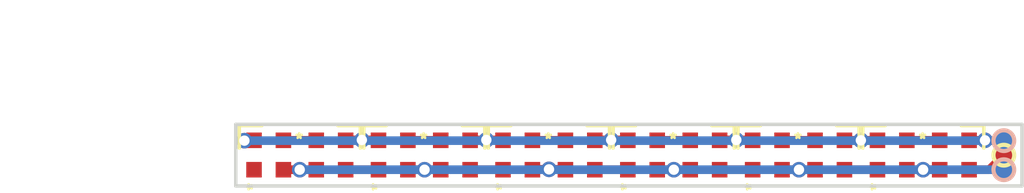
<source format=kicad_pcb>
(kicad_pcb (version 20221018) (generator pcbnew)
  (layers (0 "F.Cu" jumper) (31 "B.Cu" signal) (34 "B.Paste" user) (35 "F.Paste" user) (36 "B.SilkS" user "B.Silkscreen") (37 "F.SilkS" user "F.Silkscreen") (38 "B.Mask" user) (39 "F.Mask" user) (44 "Edge.Cuts" user))
  (net 0 "")
  (net 1 "+3.3V")
  (net 2 "GND")
  (net 3 "/S")
  (net 4 "Net-(D1-DOUT)")
  (net 5 "Net-(D2-DOUT)")
  (net 6 "Net-(D3-DOUT)")
  (net 7 "Net-(D4-DOUT)")
  (net 8 "Net-(D5-DOUT)")
  (net 9 "/D6_OUT")
  (net 10 "Net-(D7-DOUT)")
  (net 11 "Net-(D8-DOUT)")
  (net 12 "Net-(D10-DI)")
  (net 13 "Net-(D10-DOUT)")
  (net 14 "Net-(D11-DOUT)")
  (footprint "LED_SMD:LED_SK6812_EC15_1.5x1.5mm" (layer "F.Cu") (at 118.72364 103.995)
    (fp_text reference "D9" hide)
    (fp_text value "WS6812" hide)
    (fp_text user "*" (at -0.92 -0.46) (layer "F.SilkS") (effects (font (size 0.3 0.3) (thickness 0.075))))
    (fp_line (start 0.85 -0.85) (end 0.2 -0.85) (stroke (width 0.1)) (layer "F.SilkS"))
    (fp_line (start 0.85 -0.2) (end 0.85 -0.85) (stroke (width 0.1)) (layer "F.SilkS"))
    (pad "1" smd rect (at -0.425 -0.425) (size 0.45 0.45) (layers "F.Cu" "F.Paste" "F.Mask") (net 12 "Net-(D10-DI)"))
    (pad "2" smd rect (at 0.425 -0.425) (size 0.45 0.45) (layers "F.Cu" "F.Paste" "F.Mask") (net 1 "+3.3V"))
    (pad "3" smd rect (at -0.425 0.425) (size 0.45 0.45) (layers "F.Cu" "F.Paste" "F.Mask") (net 2 "GND"))
    (pad "4" smd rect (at 0.425 0.425) (size 0.45 0.45) (layers "F.Cu" "F.Paste" "F.Mask") (net 11 "Net-(D8-DOUT)"))
  )
  (footprint "LED_SMD:LED_SK6812_EC15_1.5x1.5mm" (layer "F.Cu") (at 131.355 103.995 90)
    (fp_text reference "D2" hide)
    (fp_text value "WS6812" hide)
    (fp_text user "*" (at -0.92 -0.46 90) (layer "F.SilkS") (effects (font (size 0.3 0.3) (thickness 0.075))))
    (fp_line (start 0.85 -0.85) (end 0.2 -0.85) (stroke (width 0.1)) (layer "F.SilkS"))
    (fp_line (start 0.85 -0.2) (end 0.85 -0.85) (stroke (width 0.1)) (layer "F.SilkS"))
    (pad "1" smd rect (at -0.425 -0.425 90) (size 0.45 0.45) (layers "F.Cu" "F.Paste" "F.Mask") (net 5 "Net-(D2-DOUT)"))
    (pad "2" smd rect (at 0.425 -0.425 90) (size 0.45 0.45) (layers "F.Cu" "F.Paste" "F.Mask") (net 1 "+3.3V"))
    (pad "3" smd rect (at -0.425 0.425 90) (size 0.45 0.45) (layers "F.Cu" "F.Paste" "F.Mask") (net 2 "GND"))
    (pad "4" smd rect (at 0.425 0.425 90) (size 0.45 0.45) (layers "F.Cu" "F.Paste" "F.Mask") (net 4 "Net-(D1-DOUT)"))
  )
  (footprint "LED_SMD:LED_SK6812_EC15_1.5x1.5mm" (layer "F.Cu") (at 127.745 103.995 90)
    (fp_text reference "D4" hide)
    (fp_text value "WS6812" hide)
    (fp_text user "*" (at -0.92 -0.46 90) (layer "F.SilkS") (effects (font (size 0.3 0.3) (thickness 0.075))))
    (fp_line (start 0.85 -0.85) (end 0.2 -0.85) (stroke (width 0.1)) (layer "F.SilkS"))
    (fp_line (start 0.85 -0.2) (end 0.85 -0.85) (stroke (width 0.1)) (layer "F.SilkS"))
    (pad "1" smd rect (at -0.425 -0.425 90) (size 0.45 0.45) (layers "F.Cu" "F.Paste" "F.Mask") (net 7 "Net-(D4-DOUT)"))
    (pad "2" smd rect (at 0.425 -0.425 90) (size 0.45 0.45) (layers "F.Cu" "F.Paste" "F.Mask") (net 1 "+3.3V"))
    (pad "3" smd rect (at -0.425 0.425 90) (size 0.45 0.45) (layers "F.Cu" "F.Paste" "F.Mask") (net 2 "GND"))
    (pad "4" smd rect (at 0.425 0.425 90) (size 0.45 0.45) (layers "F.Cu" "F.Paste" "F.Mask") (net 6 "Net-(D3-DOUT)"))
  )
  (footprint "LED_SMD:LED_SK6812_EC15_1.5x1.5mm" (layer "F.Cu") (at 125.94 103.995)
    (fp_text reference "D5" hide)
    (fp_text value "WS6812" hide)
    (fp_text user "*" (at -0.92 -0.46) (layer "F.SilkS") (effects (font (size 0.3 0.3) (thickness 0.075))))
    (fp_line (start 0.85 -0.85) (end 0.2 -0.85) (stroke (width 0.1)) (layer "F.SilkS"))
    (fp_line (start 0.85 -0.2) (end 0.85 -0.85) (stroke (width 0.1)) (layer "F.SilkS"))
    (pad "1" smd rect (at -0.425 -0.425) (size 0.45 0.45) (layers "F.Cu" "F.Paste" "F.Mask") (net 8 "Net-(D5-DOUT)"))
    (pad "2" smd rect (at 0.425 -0.425) (size 0.45 0.45) (layers "F.Cu" "F.Paste" "F.Mask") (net 1 "+3.3V"))
    (pad "3" smd rect (at -0.425 0.425) (size 0.45 0.45) (layers "F.Cu" "F.Paste" "F.Mask") (net 2 "GND"))
    (pad "4" smd rect (at 0.425 0.425) (size 0.45 0.45) (layers "F.Cu" "F.Paste" "F.Mask") (net 7 "Net-(D4-DOUT)"))
  )
  (footprint "LED_SMD:LED_SK6812_EC15_1.5x1.5mm" (layer "F.Cu") (at 124.135 103.995 90)
    (fp_text reference "D6" hide)
    (fp_text value "WS6812" hide)
    (fp_text user "*" (at -0.92 -0.46 90) (layer "F.SilkS") (effects (font (size 0.3 0.3) (thickness 0.075))))
    (fp_line (start 0.85 -0.85) (end 0.2 -0.85) (stroke (width 0.1)) (layer "F.SilkS"))
    (fp_line (start 0.85 -0.2) (end 0.85 -0.85) (stroke (width 0.1)) (layer "F.SilkS"))
    (pad "1" smd rect (at -0.425 -0.425 90) (size 0.45 0.45) (layers "F.Cu" "F.Paste" "F.Mask") (net 9 "/D6_OUT"))
    (pad "2" smd rect (at 0.425 -0.425 90) (size 0.45 0.45) (layers "F.Cu" "F.Paste" "F.Mask") (net 1 "+3.3V"))
    (pad "3" smd rect (at -0.425 0.425 90) (size 0.45 0.45) (layers "F.Cu" "F.Paste" "F.Mask") (net 2 "GND"))
    (pad "4" smd rect (at 0.425 0.425 90) (size 0.45 0.45) (layers "F.Cu" "F.Paste" "F.Mask") (net 8 "Net-(D5-DOUT)"))
  )
  (footprint "LED_SMD:LED_SK6812_EC15_1.5x1.5mm" (layer "F.Cu") (at 115.12364 103.995)
    (fp_text reference "D11" hide)
    (fp_text value "WS6812" hide)
    (fp_text user "*" (at -0.92 -0.46) (layer "F.SilkS") (effects (font (size 0.3 0.3) (thickness 0.075))))
    (fp_line (start 0.85 -0.85) (end 0.2 -0.85) (stroke (width 0.1)) (layer "F.SilkS"))
    (fp_line (start 0.85 -0.2) (end 0.85 -0.85) (stroke (width 0.1)) (layer "F.SilkS"))
    (pad "1" smd rect (at -0.425 -0.425) (size 0.45 0.45) (layers "F.Cu" "F.Paste" "F.Mask") (net 14 "Net-(D11-DOUT)"))
    (pad "2" smd rect (at 0.425 -0.425) (size 0.45 0.45) (layers "F.Cu" "F.Paste" "F.Mask") (net 1 "+3.3V"))
    (pad "3" smd rect (at -0.425 0.425) (size 0.45 0.45) (layers "F.Cu" "F.Paste" "F.Mask") (net 2 "GND"))
    (pad "4" smd rect (at 0.425 0.425) (size 0.45 0.45) (layers "F.Cu" "F.Paste" "F.Mask") (net 13 "Net-(D10-DOUT)"))
  )
  (footprint "LED_SMD:LED_SK6812_EC15_1.5x1.5mm" (layer "F.Cu") (at 116.92364 103.995 90)
    (fp_text reference "D10" hide)
    (fp_text value "WS6812" hide)
    (fp_text user "*" (at -0.92 -0.46 90) (layer "F.SilkS") (effects (font (size 0.3 0.3) (thickness 0.075))))
    (fp_line (start 0.85 -0.85) (end 0.2 -0.85) (stroke (width 0.1)) (layer "F.SilkS"))
    (fp_line (start 0.85 -0.2) (end 0.85 -0.85) (stroke (width 0.1)) (layer "F.SilkS"))
    (pad "1" smd rect (at -0.425 -0.425 90) (size 0.45 0.45) (layers "F.Cu" "F.Paste" "F.Mask") (net 13 "Net-(D10-DOUT)"))
    (pad "2" smd rect (at 0.425 -0.425 90) (size 0.45 0.45) (layers "F.Cu" "F.Paste" "F.Mask") (net 1 "+3.3V"))
    (pad "3" smd rect (at -0.425 0.425 90) (size 0.45 0.45) (layers "F.Cu" "F.Paste" "F.Mask") (net 2 "GND"))
    (pad "4" smd rect (at 0.425 0.425 90) (size 0.45 0.45) (layers "F.Cu" "F.Paste" "F.Mask") (net 12 "Net-(D10-DI)"))
  )
  (footprint "LED_SMD:LED_SK6812_EC15_1.5x1.5mm" (layer "F.Cu") (at 122.33 103.995)
    (fp_text reference "D7" hide)
    (fp_text value "WS6812" hide)
    (fp_text user "*" (at -0.92 -0.46) (layer "F.SilkS") (effects (font (size 0.3 0.3) (thickness 0.075))))
    (fp_line (start 0.85 -0.85) (end 0.2 -0.85) (stroke (width 0.1)) (layer "F.SilkS"))
    (fp_line (start 0.85 -0.2) (end 0.85 -0.85) (stroke (width 0.1)) (layer "F.SilkS"))
    (pad "1" smd rect (at -0.425 -0.425) (size 0.45 0.45) (layers "F.Cu" "F.Paste" "F.Mask") (net 10 "Net-(D7-DOUT)"))
    (pad "2" smd rect (at 0.425 -0.425) (size 0.45 0.45) (layers "F.Cu" "F.Paste" "F.Mask") (net 1 "+3.3V"))
    (pad "3" smd rect (at -0.425 0.425) (size 0.45 0.45) (layers "F.Cu" "F.Paste" "F.Mask") (net 2 "GND"))
    (pad "4" smd rect (at 0.425 0.425) (size 0.45 0.45) (layers "F.Cu" "F.Paste" "F.Mask") (net 9 "/D6_OUT"))
  )
  (footprint "LED_SMD:LED_SK6812_EC15_1.5x1.5mm" (layer "F.Cu") (at 129.55 103.995)
    (fp_text reference "D3" hide)
    (fp_text value "WS6812" hide)
    (fp_text user "*" (at -0.92 -0.46) (layer "F.SilkS") (effects (font (size 0.3 0.3) (thickness 0.075))))
    (fp_line (start 0.85 -0.85) (end 0.2 -0.85) (stroke (width 0.1)) (layer "F.SilkS"))
    (fp_line (start 0.85 -0.2) (end 0.85 -0.85) (stroke (width 0.1)) (layer "F.SilkS"))
    (pad "1" smd rect (at -0.425 -0.425) (size 0.45 0.45) (layers "F.Cu" "F.Paste" "F.Mask") (net 6 "Net-(D3-DOUT)"))
    (pad "2" smd rect (at 0.425 -0.425) (size 0.45 0.45) (layers "F.Cu" "F.Paste" "F.Mask") (net 1 "+3.3V"))
    (pad "3" smd rect (at -0.425 0.425) (size 0.45 0.45) (layers "F.Cu" "F.Paste" "F.Mask") (net 2 "GND"))
    (pad "4" smd rect (at 0.425 0.425) (size 0.45 0.45) (layers "F.Cu" "F.Paste" "F.Mask") (net 5 "Net-(D2-DOUT)"))
  )
  (footprint "LED_SMD:LED_SK6812_EC15_1.5x1.5mm" (layer "F.Cu") (at 113.32364 103.995 90)
    (fp_text reference "D12" hide)
    (fp_text value "WS6812" hide)
    (fp_text user "*" (at -0.92 -0.46 90) (layer "F.SilkS") (effects (font (size 0.3 0.3) (thickness 0.075))))
    (fp_line (start 0.85 -0.85) (end 0.2 -0.85) (stroke (width 0.1)) (layer "F.SilkS"))
    (fp_line (start 0.85 -0.2) (end 0.85 -0.85) (stroke (width 0.1)) (layer "F.SilkS"))
    (pad "1" smd rect (at -0.425 -0.425 90) (size 0.45 0.45) (layers "F.Cu" "F.Paste" "F.Mask"))
    (pad "2" smd rect (at 0.425 -0.425 90) (size 0.45 0.45) (layers "F.Cu" "F.Paste" "F.Mask") (net 1 "+3.3V"))
    (pad "3" smd rect (at -0.425 0.425 90) (size 0.45 0.45) (layers "F.Cu" "F.Paste" "F.Mask") (net 2 "GND"))
    (pad "4" smd rect (at 0.425 0.425 90) (size 0.45 0.45) (layers "F.Cu" "F.Paste" "F.Mask") (net 14 "Net-(D11-DOUT)"))
  )
  (footprint "LED_SMD:LED_SK6812_EC15_1.5x1.5mm" (layer "F.Cu") (at 133.15499 103.995)
    (fp_text reference "D1" hide)
    (fp_text value "WS6812" hide)
    (fp_text user "*" (at -0.92 -0.46) (layer "F.SilkS") (effects (font (size 0.3 0.3) (thickness 0.075))))
    (fp_line (start 0.85 -0.85) (end 0.2 -0.85) (stroke (width 0.1)) (layer "F.SilkS"))
    (fp_line (start 0.85 -0.2) (end 0.85 -0.85) (stroke (width 0.1)) (layer "F.SilkS"))
    (pad "1" smd rect (at -0.425 -0.425) (size 0.45 0.45) (layers "F.Cu" "F.Paste" "F.Mask") (net 4 "Net-(D1-DOUT)"))
    (pad "2" smd rect (at 0.425 -0.425) (size 0.45 0.45) (layers "F.Cu" "F.Paste" "F.Mask") (net 1 "+3.3V"))
    (pad "3" smd rect (at -0.425 0.425) (size 0.45 0.45) (layers "F.Cu" "F.Paste" "F.Mask") (net 2 "GND"))
    (pad "4" smd rect (at 0.425 0.425) (size 0.45 0.45) (layers "F.Cu" "F.Paste" "F.Mask") (net 3 "/S"))
  )
  (footprint "LED_SMD:LED_SK6812_EC15_1.5x1.5mm" (layer "F.Cu") (at 120.525 103.995 90)
    (fp_text reference "D8" hide)
    (fp_text value "WS6812" hide)
    (fp_text user "*" (at -0.92 -0.46 90) (layer "F.SilkS") (effects (font (size 0.3 0.3) (thickness 0.075))))
    (fp_line (start 0.85 -0.85) (end 0.2 -0.85) (stroke (width 0.1)) (layer "F.SilkS"))
    (fp_line (start 0.85 -0.2) (end 0.85 -0.85) (stroke (width 0.1)) (layer "F.SilkS"))
    (pad "1" smd rect (at -0.425 -0.425 90) (size 0.45 0.45) (layers "F.Cu" "F.Paste" "F.Mask") (net 11 "Net-(D8-DOUT)"))
    (pad "2" smd rect (at 0.425 -0.425 90) (size 0.45 0.45) (layers "F.Cu" "F.Paste" "F.Mask") (net 1 "+3.3V"))
    (pad "3" smd rect (at -0.425 0.425 90) (size 0.45 0.45) (layers "F.Cu" "F.Paste" "F.Mask") (net 2 "GND"))
    (pad "4" smd rect (at 0.425 0.425 90) (size 0.45 0.45) (layers "F.Cu" "F.Paste" "F.Mask") (net 10 "Net-(D7-DOUT)"))
  )
  (footprint "TestPoint:TestPoint_Pad_D1.0mm" (layer "F.Cu") (at 134.585 104)
    (fp_text reference "P2" hide)
    (fp_text value "Conn_01x01_Pin" hide)
    (fp_circle (center 0 0) (end 0.3 0) (stroke (width 0.12)) (fill none) (layer "F.SilkS"))
    (pad "1" smd circle (at 0 0) (size 0.5 0.5) (layers "F.Cu" "F.Mask") (net 3 "/S"))
  )
  (footprint "TestPoint:TestPoint_Pad_D1.0mm" (layer "B.Cu") (at 134.585 104.42 180)
    (fp_text reference "P3" hide)
    (fp_text value "Conn_01x01_Pin" hide)
    (fp_circle (center 0 0) (end 0.3 0) (stroke (width 0.12)) (fill none) (layer "B.SilkS"))
    (pad "1" smd circle (at 0 0 180) (size 0.5 0.5) (layers "B.Cu" "B.Mask") (net 2 "GND"))
  )
  (footprint "TestPoint:TestPoint_Pad_D1.0mm" (layer "B.Cu") (at 134.585 103.58 180)
    (fp_text reference "P1" hide)
    (fp_text value "Conn_01x01_Pin" hide)
    (fp_circle (center 0 0) (end 0.3 0) (stroke (width 0.12)) (fill none) (layer "B.SilkS"))
    (pad "1" smd circle (at 0 0 180) (size 0.5 0.5) (layers "B.Cu" "B.Mask") (net 1 "+3.3V"))
  )
  (gr_line (start 135.11 104.89) (end 112.37 104.89) (stroke (width 0.1)) (layer "Edge.Cuts"))
  (gr_line (start 112.37 103.11) (end 135.11 103.11) (stroke (width 0.1)) (layer "Edge.Cuts"))
  (gr_line (start 135.11 104.89) (end 135.11 103.11) (stroke (width 0.1)) (layer "Edge.Cuts"))
  (gr_line (start 112.37 104.89) (end 112.37 103.11) (stroke (width 0.1)) (layer "Edge.Cuts"))
  (segment (start 120.0975 103.56) (end 119.1425 103.56) (width 0.25) (layer "F.Cu") (net 1))
  (segment (start 112.8775 103.58) (end 112.62 103.58) (width 0.25) (layer "F.Cu") (net 1))
  (segment (start 123.7075 103.56) (end 122.7525 103.56) (width 0.25) (layer "F.Cu") (net 1))
  (segment (start 116.4975 103.56) (end 115.5425 103.56) (width 0.25) (layer "F.Cu") (net 1))
  (segment (start 134.04 103.57) (end 133.57999 103.57) (width 0.25) (layer "F.Cu") (net 1))
  (segment (start 127.3275 103.56) (end 126.3725 103.56) (width 0.25) (layer "F.Cu") (net 1))
  (segment (start 130.93 103.57) (end 129.975 103.57) (width 0.25) (layer "F.Cu") (net 1))
  (via (at 112.62 103.58) (size 0.45) (drill 0.3) (layers "F.Cu" "B.Cu") (net 1))
  (via (at 119.6175 103.56) (size 0.45) (drill 0.3) (layers "F.Cu" "B.Cu") (net 1))
  (via (at 116.0175 103.56) (size 0.45) (drill 0.3) (layers "F.Cu" "B.Cu") (net 1))
  (via (at 126.8475 103.56) (size 0.45) (drill 0.3) (layers "F.Cu" "B.Cu") (net 1))
  (via (at 134.04 103.57) (size 0.45) (drill 0.3) (layers "F.Cu" "B.Cu") (net 1))
  (via (at 130.45 103.57) (size 0.45) (drill 0.3) (layers "F.Cu" "B.Cu") (net 1))
  (via (at 123.2275 103.56) (size 0.45) (drill 0.3) (layers "F.Cu" "B.Cu") (net 1))
  (segment (start 134.585 103.58) (end 112.62 103.58) (width 0.25) (layer "B.Cu") (net 1))
  (segment (start 114.69999 104.42) (end 113.75 104.42) (width 0.25) (layer "F.Cu") (net 2))
  (segment (start 125.51999 104.42) (end 124.57 104.42) (width 0.25) (layer "F.Cu") (net 2))
  (segment (start 132.72999 104.42) (end 131.78 104.42) (width 0.25) (layer "F.Cu") (net 2))
  (segment (start 118.30999 104.42) (end 117.36 104.42) (width 0.25) (layer "F.Cu") (net 2))
  (segment (start 129.13999 104.42) (end 128.19 104.42) (width 0.25) (layer "F.Cu") (net 2))
  (segment (start 121.90999 104.41) (end 120.96 104.41) (width 0.25) (layer "F.Cu") (net 2))
  (via (at 114.22 104.42) (size 0.45) (drill 0.3) (layers "F.Cu" "B.Cu") (net 2))
  (via (at 132.25 104.42) (size 0.45) (drill 0.3) (layers "F.Cu" "B.Cu") (net 2))
  (via (at 117.83 104.42) (size 0.45) (drill 0.3) (layers "F.Cu" "B.Cu") (net 2))
  (via (at 128.66 104.42) (size 0.45) (drill 0.3) (layers "F.Cu" "B.Cu") (net 2))
  (via (at 121.43 104.41) (size 0.45) (drill 0.3) (layers "F.Cu" "B.Cu") (net 2))
  (via (at 125.04 104.42) (size 0.45) (drill 0.3) (layers "F.Cu" "B.Cu") (net 2))
  (segment (start 134.585 104.42) (end 114.22 104.42) (width 0.25) (layer "B.Cu") (net 2))
  (segment (start 134.585 104) (end 134.165 104.42) (width 0.25) (layer "F.Cu") (net 3))
  (segment (start 134.165 104.42) (end 133.57999 104.42) (width 0.25) (layer "F.Cu") (net 3))
  (segment (start 132.72999 103.57) (end 131.78 103.57) (width 0.25) (layer "F.Cu") (net 4))
  (segment (start 130.93 104.42) (end 129.975 104.42) (width 0.25) (layer "F.Cu") (net 5))
  (segment (start 129.125 103.57) (end 128.17 103.57) (width 0.25) (layer "F.Cu") (net 6))
  (segment (start 127.32 104.42) (end 126.365 104.42) (width 0.25) (layer "F.Cu") (net 7))
  (segment (start 125.515 103.57) (end 124.56 103.57) (width 0.25) (layer "F.Cu") (net 8))
  (segment (start 122.755 104.42) (end 123.71 104.42) (width 0.25) (layer "F.Cu") (net 9))
  (segment (start 120.95 103.57) (end 121.905 103.57) (width 0.25) (layer "F.Cu") (net 10))
  (segment (start 119.14864 104.42) (end 120.1 104.42) (width 0.25) (layer "F.Cu") (net 11))
  (segment (start 117.34864 103.57) (end 118.29864 103.57) (width 0.25) (layer "F.Cu") (net 12))
  (segment (start 115.54864 104.42) (end 116.49864 104.42) (width 0.25) (layer "F.Cu") (net 13))
  (segment (start 113.74864 103.57) (end 114.69864 103.57) (width 0.25) (layer "F.Cu") (net 14))
)
</source>
